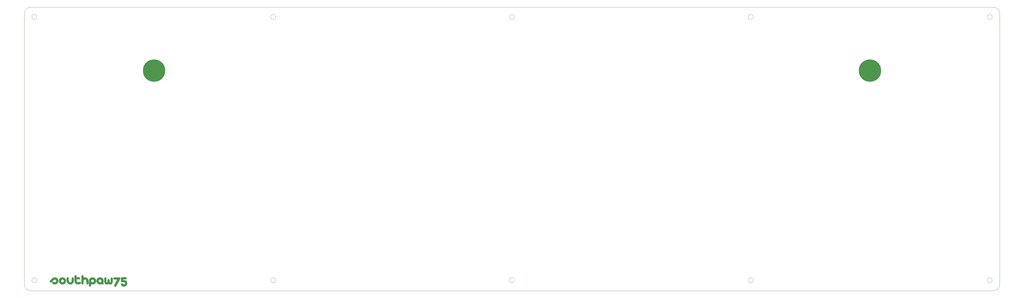
<source format=gbr>
%TF.GenerationSoftware,KiCad,Pcbnew,5.1.10-88a1d61d58~88~ubuntu21.04.1*%
%TF.CreationDate,2021-06-04T00:06:50+02:00*%
%TF.ProjectId,southpawcase,736f7574-6870-4617-9763-6173652e6b69,rev?*%
%TF.SameCoordinates,Original*%
%TF.FileFunction,Copper,L1,Top*%
%TF.FilePolarity,Positive*%
%FSLAX46Y46*%
G04 Gerber Fmt 4.6, Leading zero omitted, Abs format (unit mm)*
G04 Created by KiCad (PCBNEW 5.1.10-88a1d61d58~88~ubuntu21.04.1) date 2021-06-04 00:06:50*
%MOMM*%
%LPD*%
G01*
G04 APERTURE LIST*
%TA.AperFunction,Profile*%
%ADD10C,0.050000*%
%TD*%
%TA.AperFunction,EtchedComponent*%
%ADD11C,0.010000*%
%TD*%
%TA.AperFunction,ComponentPad*%
%ADD12C,8.600000*%
%TD*%
G04 APERTURE END LIST*
D10*
X27687000Y-94428000D02*
G75*
G03*
X27687000Y-94428000I-950000J0D01*
G01*
X27687000Y-196078000D02*
G75*
G03*
X27687000Y-196078000I-950000J0D01*
G01*
X211987000Y-94428000D02*
G75*
G03*
X211987000Y-94428000I-950000J0D01*
G01*
X119837000Y-94428000D02*
G75*
G03*
X119837000Y-94428000I-950000J0D01*
G01*
X304137000Y-94428000D02*
G75*
G03*
X304137000Y-94428000I-950000J0D01*
G01*
X119837000Y-196078000D02*
G75*
G03*
X119837000Y-196078000I-950000J0D01*
G01*
X211987000Y-196078000D02*
G75*
G03*
X211987000Y-196078000I-950000J0D01*
G01*
X304137000Y-196078000D02*
G75*
G03*
X304137000Y-196078000I-950000J0D01*
G01*
X25318250Y-90628000D02*
X387268250Y-90628000D01*
X387268250Y-200165500D02*
X25318250Y-200165500D01*
X22937000Y-93009250D02*
G75*
G02*
X25318250Y-90628000I2381250J0D01*
G01*
X25318250Y-200165500D02*
G75*
G02*
X22937000Y-197784250I0J2381250D01*
G01*
X399174500Y-197784250D02*
G75*
G02*
X396793250Y-200165500I-2381250J0D01*
G01*
X396793250Y-90628000D02*
G75*
G02*
X399174500Y-93009250I0J-2381250D01*
G01*
X387268250Y-200165500D02*
X394412000Y-200165500D01*
X387268250Y-90628000D02*
X394412000Y-90628000D01*
X394412000Y-90628000D02*
X396793250Y-90628000D01*
X394412000Y-200165500D02*
X396793250Y-200165500D01*
X22937000Y-197784250D02*
X22937000Y-93009250D01*
X399174500Y-93009250D02*
X399174500Y-197784250D01*
X396287000Y-196078000D02*
G75*
G03*
X396287000Y-196078000I-950000J0D01*
G01*
X396287000Y-94428000D02*
G75*
G03*
X396287000Y-94428000I-950000J0D01*
G01*
D11*
G36*
X59795876Y-195122162D02*
G01*
X59863610Y-195278304D01*
X59841070Y-195445843D01*
X59834208Y-195466207D01*
X59778696Y-195593003D01*
X59673850Y-195803735D01*
X59529971Y-196079823D01*
X59357360Y-196402687D01*
X59166319Y-196753745D01*
X58967147Y-197114417D01*
X58770147Y-197466122D01*
X58585619Y-197790280D01*
X58423864Y-198068309D01*
X58295182Y-198281628D01*
X58209876Y-198411658D01*
X58184946Y-198441125D01*
X57995308Y-198515171D01*
X57780803Y-198479046D01*
X57677629Y-198421649D01*
X57558677Y-198267850D01*
X57537021Y-198151774D01*
X57566656Y-198044108D01*
X57648991Y-197845585D01*
X57774679Y-197576162D01*
X57934376Y-197255793D01*
X58118735Y-196904435D01*
X58137554Y-196869500D01*
X58737566Y-195758250D01*
X58068199Y-195726500D01*
X57759020Y-195708625D01*
X57551753Y-195686543D01*
X57421314Y-195655135D01*
X57342619Y-195609278D01*
X57308916Y-195571488D01*
X57226111Y-195385998D01*
X57261863Y-195199287D01*
X57317850Y-195105629D01*
X57358009Y-195055316D01*
X57410029Y-195018644D01*
X57492786Y-194993458D01*
X57625154Y-194977605D01*
X57826010Y-194968930D01*
X58114229Y-194965281D01*
X58508686Y-194964502D01*
X58554636Y-194964500D01*
X59692572Y-194964500D01*
X59795876Y-195122162D01*
G37*
X59795876Y-195122162D02*
X59863610Y-195278304D01*
X59841070Y-195445843D01*
X59834208Y-195466207D01*
X59778696Y-195593003D01*
X59673850Y-195803735D01*
X59529971Y-196079823D01*
X59357360Y-196402687D01*
X59166319Y-196753745D01*
X58967147Y-197114417D01*
X58770147Y-197466122D01*
X58585619Y-197790280D01*
X58423864Y-198068309D01*
X58295182Y-198281628D01*
X58209876Y-198411658D01*
X58184946Y-198441125D01*
X57995308Y-198515171D01*
X57780803Y-198479046D01*
X57677629Y-198421649D01*
X57558677Y-198267850D01*
X57537021Y-198151774D01*
X57566656Y-198044108D01*
X57648991Y-197845585D01*
X57774679Y-197576162D01*
X57934376Y-197255793D01*
X58118735Y-196904435D01*
X58137554Y-196869500D01*
X58737566Y-195758250D01*
X58068199Y-195726500D01*
X57759020Y-195708625D01*
X57551753Y-195686543D01*
X57421314Y-195655135D01*
X57342619Y-195609278D01*
X57308916Y-195571488D01*
X57226111Y-195385998D01*
X57261863Y-195199287D01*
X57317850Y-195105629D01*
X57358009Y-195055316D01*
X57410029Y-195018644D01*
X57492786Y-194993458D01*
X57625154Y-194977605D01*
X57826010Y-194968930D01*
X58114229Y-194965281D01*
X58508686Y-194964502D01*
X58554636Y-194964500D01*
X59692572Y-194964500D01*
X59795876Y-195122162D01*
G36*
X49518010Y-194995758D02*
G01*
X49694643Y-195033219D01*
X49837392Y-195103407D01*
X49959464Y-195193643D01*
X50275872Y-195510187D01*
X50467844Y-195850217D01*
X50519999Y-196045478D01*
X50528421Y-196455582D01*
X50421783Y-196845229D01*
X50210922Y-197188675D01*
X49931451Y-197443593D01*
X49802900Y-197521025D01*
X49670284Y-197567912D01*
X49496564Y-197591592D01*
X49244700Y-197599403D01*
X49143277Y-197599750D01*
X48583000Y-197599750D01*
X48583000Y-197905549D01*
X48565461Y-198178572D01*
X48503819Y-198348216D01*
X48384530Y-198434370D01*
X48207541Y-198457000D01*
X48029404Y-198434784D01*
X47902359Y-198379992D01*
X47888455Y-198366516D01*
X47860221Y-198285927D01*
X47841071Y-198116910D01*
X47830593Y-197849617D01*
X47828378Y-197474197D01*
X47833055Y-197039047D01*
X47844853Y-196298000D01*
X48617636Y-196298000D01*
X48638781Y-196501726D01*
X48719801Y-196645566D01*
X48794359Y-196717489D01*
X49026264Y-196847367D01*
X49268937Y-196865177D01*
X49491951Y-196771546D01*
X49570282Y-196701477D01*
X49684135Y-196505903D01*
X49726073Y-196273727D01*
X49690704Y-196057638D01*
X49644605Y-195974997D01*
X49441715Y-195801869D01*
X49200632Y-195735347D01*
X48954033Y-195779139D01*
X48794359Y-195878510D01*
X48671774Y-196015957D01*
X48622784Y-196180726D01*
X48617636Y-196298000D01*
X47844853Y-196298000D01*
X47852750Y-195802062D01*
X48052674Y-195526292D01*
X48315045Y-195239230D01*
X48616998Y-195060511D01*
X48980037Y-194980353D01*
X49260964Y-194976563D01*
X49518010Y-194995758D01*
G37*
X49518010Y-194995758D02*
X49694643Y-195033219D01*
X49837392Y-195103407D01*
X49959464Y-195193643D01*
X50275872Y-195510187D01*
X50467844Y-195850217D01*
X50519999Y-196045478D01*
X50528421Y-196455582D01*
X50421783Y-196845229D01*
X50210922Y-197188675D01*
X49931451Y-197443593D01*
X49802900Y-197521025D01*
X49670284Y-197567912D01*
X49496564Y-197591592D01*
X49244700Y-197599403D01*
X49143277Y-197599750D01*
X48583000Y-197599750D01*
X48583000Y-197905549D01*
X48565461Y-198178572D01*
X48503819Y-198348216D01*
X48384530Y-198434370D01*
X48207541Y-198457000D01*
X48029404Y-198434784D01*
X47902359Y-198379992D01*
X47888455Y-198366516D01*
X47860221Y-198285927D01*
X47841071Y-198116910D01*
X47830593Y-197849617D01*
X47828378Y-197474197D01*
X47833055Y-197039047D01*
X47844853Y-196298000D01*
X48617636Y-196298000D01*
X48638781Y-196501726D01*
X48719801Y-196645566D01*
X48794359Y-196717489D01*
X49026264Y-196847367D01*
X49268937Y-196865177D01*
X49491951Y-196771546D01*
X49570282Y-196701477D01*
X49684135Y-196505903D01*
X49726073Y-196273727D01*
X49690704Y-196057638D01*
X49644605Y-195974997D01*
X49441715Y-195801869D01*
X49200632Y-195735347D01*
X48954033Y-195779139D01*
X48794359Y-195878510D01*
X48671774Y-196015957D01*
X48622784Y-196180726D01*
X48617636Y-196298000D01*
X47844853Y-196298000D01*
X47852750Y-195802062D01*
X48052674Y-195526292D01*
X48315045Y-195239230D01*
X48616998Y-195060511D01*
X48980037Y-194980353D01*
X49260964Y-194976563D01*
X49518010Y-194995758D01*
G36*
X61230533Y-194901000D02*
G01*
X61583497Y-194902910D01*
X61831702Y-194910425D01*
X61997354Y-194926223D01*
X62102662Y-194952979D01*
X62169831Y-194993371D01*
X62193908Y-195017125D01*
X62285185Y-195197883D01*
X62280064Y-195396456D01*
X62182874Y-195557908D01*
X62092467Y-195611449D01*
X61947991Y-195644121D01*
X61723105Y-195659886D01*
X61484374Y-195662999D01*
X61210753Y-195664205D01*
X61039921Y-195672221D01*
X60947668Y-195693647D01*
X60909783Y-195735084D01*
X60902057Y-195803129D01*
X60902000Y-195821750D01*
X60909545Y-195908090D01*
X60951594Y-195955623D01*
X61057267Y-195975896D01*
X61255684Y-195980456D01*
X61302317Y-195980500D01*
X61560875Y-195992347D01*
X61755362Y-196038810D01*
X61947391Y-196136272D01*
X61991666Y-196163798D01*
X62270105Y-196408763D01*
X62454495Y-196714410D01*
X62544835Y-197056078D01*
X62541126Y-197409105D01*
X62443368Y-197748828D01*
X62251560Y-198050585D01*
X61991666Y-198273701D01*
X61787728Y-198385684D01*
X61594868Y-198440086D01*
X61348155Y-198454309D01*
X61318192Y-198454193D01*
X60945262Y-198415237D01*
X60703311Y-198329619D01*
X60483808Y-198180379D01*
X60298163Y-197994612D01*
X60174784Y-197805458D01*
X60140000Y-197672507D01*
X60187423Y-197451071D01*
X60313368Y-197309846D01*
X60493349Y-197254756D01*
X60702881Y-197291727D01*
X60917476Y-197426685D01*
X60965500Y-197472750D01*
X61146709Y-197631841D01*
X61298125Y-197685316D01*
X61452391Y-197638152D01*
X61560186Y-197563391D01*
X61693935Y-197403362D01*
X61727500Y-197218749D01*
X61692295Y-197016516D01*
X61578492Y-196875062D01*
X61373812Y-196787555D01*
X61065974Y-196747163D01*
X60871528Y-196742499D01*
X60588019Y-196737538D01*
X60389187Y-196709913D01*
X60260027Y-196640511D01*
X60185534Y-196510221D01*
X60150704Y-196299929D01*
X60140531Y-195990524D01*
X60140000Y-195810716D01*
X60141364Y-195480917D01*
X60157238Y-195242297D01*
X60205292Y-195080114D01*
X60303197Y-194979628D01*
X60468625Y-194926099D01*
X60719245Y-194904784D01*
X61072730Y-194900943D01*
X61230533Y-194901000D01*
G37*
X61230533Y-194901000D02*
X61583497Y-194902910D01*
X61831702Y-194910425D01*
X61997354Y-194926223D01*
X62102662Y-194952979D01*
X62169831Y-194993371D01*
X62193908Y-195017125D01*
X62285185Y-195197883D01*
X62280064Y-195396456D01*
X62182874Y-195557908D01*
X62092467Y-195611449D01*
X61947991Y-195644121D01*
X61723105Y-195659886D01*
X61484374Y-195662999D01*
X61210753Y-195664205D01*
X61039921Y-195672221D01*
X60947668Y-195693647D01*
X60909783Y-195735084D01*
X60902057Y-195803129D01*
X60902000Y-195821750D01*
X60909545Y-195908090D01*
X60951594Y-195955623D01*
X61057267Y-195975896D01*
X61255684Y-195980456D01*
X61302317Y-195980500D01*
X61560875Y-195992347D01*
X61755362Y-196038810D01*
X61947391Y-196136272D01*
X61991666Y-196163798D01*
X62270105Y-196408763D01*
X62454495Y-196714410D01*
X62544835Y-197056078D01*
X62541126Y-197409105D01*
X62443368Y-197748828D01*
X62251560Y-198050585D01*
X61991666Y-198273701D01*
X61787728Y-198385684D01*
X61594868Y-198440086D01*
X61348155Y-198454309D01*
X61318192Y-198454193D01*
X60945262Y-198415237D01*
X60703311Y-198329619D01*
X60483808Y-198180379D01*
X60298163Y-197994612D01*
X60174784Y-197805458D01*
X60140000Y-197672507D01*
X60187423Y-197451071D01*
X60313368Y-197309846D01*
X60493349Y-197254756D01*
X60702881Y-197291727D01*
X60917476Y-197426685D01*
X60965500Y-197472750D01*
X61146709Y-197631841D01*
X61298125Y-197685316D01*
X61452391Y-197638152D01*
X61560186Y-197563391D01*
X61693935Y-197403362D01*
X61727500Y-197218749D01*
X61692295Y-197016516D01*
X61578492Y-196875062D01*
X61373812Y-196787555D01*
X61065974Y-196747163D01*
X60871528Y-196742499D01*
X60588019Y-196737538D01*
X60389187Y-196709913D01*
X60260027Y-196640511D01*
X60185534Y-196510221D01*
X60150704Y-196299929D01*
X60140531Y-195990524D01*
X60140000Y-195810716D01*
X60141364Y-195480917D01*
X60157238Y-195242297D01*
X60205292Y-195080114D01*
X60303197Y-194979628D01*
X60468625Y-194926099D01*
X60719245Y-194904784D01*
X61072730Y-194900943D01*
X61230533Y-194901000D01*
G36*
X34912645Y-194989474D02*
G01*
X35188255Y-195063769D01*
X35234654Y-195085320D01*
X35559684Y-195315123D01*
X35791780Y-195609142D01*
X35930890Y-195945804D01*
X35976960Y-196303537D01*
X35929936Y-196660770D01*
X35789765Y-196995930D01*
X35556393Y-197287445D01*
X35240666Y-197508241D01*
X34935468Y-197606775D01*
X34581417Y-197634417D01*
X34231231Y-197592048D01*
X33948148Y-197486625D01*
X33768726Y-197359085D01*
X33627755Y-197214521D01*
X33600202Y-197173079D01*
X33542654Y-197046606D01*
X33555732Y-196947518D01*
X33636424Y-196824785D01*
X33812160Y-196666382D01*
X34008592Y-196633173D01*
X34222389Y-196725643D01*
X34238074Y-196736950D01*
X34486474Y-196855213D01*
X34732695Y-196848407D01*
X34963181Y-196717478D01*
X34998884Y-196683884D01*
X35153227Y-196461592D01*
X35181111Y-196234397D01*
X35082536Y-196009104D01*
X34998884Y-195912115D01*
X34845664Y-195781456D01*
X34700424Y-195719409D01*
X34545647Y-195731722D01*
X34363814Y-195824141D01*
X34137406Y-196002413D01*
X33848907Y-196272285D01*
X33822625Y-196298000D01*
X33568109Y-196542632D01*
X33380938Y-196708137D01*
X33242057Y-196808466D01*
X33132407Y-196857571D01*
X33041964Y-196869500D01*
X32823278Y-196819901D01*
X32685616Y-196681294D01*
X32644500Y-196498585D01*
X32666984Y-196400869D01*
X32742722Y-196275023D01*
X32884139Y-196105161D01*
X33103661Y-195875395D01*
X33231875Y-195747596D01*
X33472095Y-195518094D01*
X33699480Y-195314315D01*
X33889318Y-195157555D01*
X34016898Y-195069114D01*
X34022471Y-195066225D01*
X34275558Y-194989848D01*
X34590348Y-194964548D01*
X34912645Y-194989474D01*
G37*
X34912645Y-194989474D02*
X35188255Y-195063769D01*
X35234654Y-195085320D01*
X35559684Y-195315123D01*
X35791780Y-195609142D01*
X35930890Y-195945804D01*
X35976960Y-196303537D01*
X35929936Y-196660770D01*
X35789765Y-196995930D01*
X35556393Y-197287445D01*
X35240666Y-197508241D01*
X34935468Y-197606775D01*
X34581417Y-197634417D01*
X34231231Y-197592048D01*
X33948148Y-197486625D01*
X33768726Y-197359085D01*
X33627755Y-197214521D01*
X33600202Y-197173079D01*
X33542654Y-197046606D01*
X33555732Y-196947518D01*
X33636424Y-196824785D01*
X33812160Y-196666382D01*
X34008592Y-196633173D01*
X34222389Y-196725643D01*
X34238074Y-196736950D01*
X34486474Y-196855213D01*
X34732695Y-196848407D01*
X34963181Y-196717478D01*
X34998884Y-196683884D01*
X35153227Y-196461592D01*
X35181111Y-196234397D01*
X35082536Y-196009104D01*
X34998884Y-195912115D01*
X34845664Y-195781456D01*
X34700424Y-195719409D01*
X34545647Y-195731722D01*
X34363814Y-195824141D01*
X34137406Y-196002413D01*
X33848907Y-196272285D01*
X33822625Y-196298000D01*
X33568109Y-196542632D01*
X33380938Y-196708137D01*
X33242057Y-196808466D01*
X33132407Y-196857571D01*
X33041964Y-196869500D01*
X32823278Y-196819901D01*
X32685616Y-196681294D01*
X32644500Y-196498585D01*
X32666984Y-196400869D01*
X32742722Y-196275023D01*
X32884139Y-196105161D01*
X33103661Y-195875395D01*
X33231875Y-195747596D01*
X33472095Y-195518094D01*
X33699480Y-195314315D01*
X33889318Y-195157555D01*
X34016898Y-195069114D01*
X34022471Y-195066225D01*
X34275558Y-194989848D01*
X34590348Y-194964548D01*
X34912645Y-194989474D01*
G36*
X37986781Y-195020425D02*
G01*
X38290332Y-195140076D01*
X38367763Y-195188671D01*
X38661753Y-195460073D01*
X38843945Y-195785505D01*
X38918588Y-196174121D01*
X38918086Y-196374638D01*
X38842273Y-196796614D01*
X38669105Y-197140652D01*
X38406763Y-197398988D01*
X38063432Y-197563853D01*
X37647292Y-197627484D01*
X37597500Y-197627969D01*
X37347567Y-197614150D01*
X37121037Y-197579788D01*
X36994250Y-197542569D01*
X36819280Y-197438728D01*
X36642584Y-197295465D01*
X36623228Y-197276500D01*
X36379367Y-196949577D01*
X36246734Y-196589326D01*
X36226913Y-196294985D01*
X37026000Y-196294985D01*
X37079029Y-196547758D01*
X37219311Y-196734845D01*
X37418640Y-196843453D01*
X37648808Y-196860790D01*
X37881606Y-196774065D01*
X37957640Y-196717489D01*
X38080225Y-196580042D01*
X38129215Y-196415273D01*
X38134363Y-196298000D01*
X38082782Y-196040357D01*
X37945555Y-195854452D01*
X37748961Y-195752002D01*
X37519274Y-195744724D01*
X37282772Y-195844334D01*
X37221372Y-195890894D01*
X37082419Y-196040101D01*
X37029867Y-196206877D01*
X37026000Y-196294985D01*
X36226913Y-196294985D01*
X36221624Y-196216452D01*
X36300333Y-195851661D01*
X36479156Y-195515656D01*
X36754389Y-195229142D01*
X37019774Y-195060238D01*
X37304186Y-194975997D01*
X37642294Y-194964229D01*
X37986781Y-195020425D01*
G37*
X37986781Y-195020425D02*
X38290332Y-195140076D01*
X38367763Y-195188671D01*
X38661753Y-195460073D01*
X38843945Y-195785505D01*
X38918588Y-196174121D01*
X38918086Y-196374638D01*
X38842273Y-196796614D01*
X38669105Y-197140652D01*
X38406763Y-197398988D01*
X38063432Y-197563853D01*
X37647292Y-197627484D01*
X37597500Y-197627969D01*
X37347567Y-197614150D01*
X37121037Y-197579788D01*
X36994250Y-197542569D01*
X36819280Y-197438728D01*
X36642584Y-197295465D01*
X36623228Y-197276500D01*
X36379367Y-196949577D01*
X36246734Y-196589326D01*
X36226913Y-196294985D01*
X37026000Y-196294985D01*
X37079029Y-196547758D01*
X37219311Y-196734845D01*
X37418640Y-196843453D01*
X37648808Y-196860790D01*
X37881606Y-196774065D01*
X37957640Y-196717489D01*
X38080225Y-196580042D01*
X38129215Y-196415273D01*
X38134363Y-196298000D01*
X38082782Y-196040357D01*
X37945555Y-195854452D01*
X37748961Y-195752002D01*
X37519274Y-195744724D01*
X37282772Y-195844334D01*
X37221372Y-195890894D01*
X37082419Y-196040101D01*
X37029867Y-196206877D01*
X37026000Y-196294985D01*
X36226913Y-196294985D01*
X36221624Y-196216452D01*
X36300333Y-195851661D01*
X36479156Y-195515656D01*
X36754389Y-195229142D01*
X37019774Y-195060238D01*
X37304186Y-194975997D01*
X37642294Y-194964229D01*
X37986781Y-195020425D01*
G36*
X39801235Y-194996472D02*
G01*
X39868824Y-195043875D01*
X39897909Y-195137525D01*
X39925524Y-195327599D01*
X39947983Y-195583539D01*
X39958836Y-195790000D01*
X39981012Y-196156868D01*
X40019919Y-196419321D01*
X40083327Y-196599624D01*
X40179002Y-196720045D01*
X40311690Y-196801481D01*
X40574508Y-196865625D01*
X40815037Y-196805335D01*
X40943461Y-196716353D01*
X41020852Y-196643690D01*
X41073223Y-196566253D01*
X41106988Y-196457373D01*
X41128557Y-196290378D01*
X41144344Y-196038596D01*
X41153377Y-195843228D01*
X41170481Y-195547993D01*
X41192564Y-195296404D01*
X41216595Y-195117537D01*
X41236622Y-195043874D01*
X41340959Y-194982970D01*
X41508618Y-194967326D01*
X41685013Y-194995020D01*
X41815555Y-195064127D01*
X41815714Y-195064285D01*
X41860604Y-195135370D01*
X41890345Y-195256694D01*
X41907538Y-195450353D01*
X41914787Y-195738447D01*
X41915500Y-195911548D01*
X41912721Y-196245257D01*
X41901409Y-196483069D01*
X41877100Y-196656022D01*
X41835330Y-196795153D01*
X41771635Y-196931500D01*
X41767749Y-196938887D01*
X41620480Y-197150307D01*
X41425661Y-197349622D01*
X41350998Y-197408218D01*
X41179773Y-197514551D01*
X41011880Y-197576130D01*
X40797243Y-197607410D01*
X40625623Y-197617631D01*
X40315515Y-197617574D01*
X40095910Y-197582615D01*
X39978750Y-197535272D01*
X39642250Y-197292835D01*
X39382343Y-196979552D01*
X39305387Y-196837750D01*
X39243954Y-196639061D01*
X39201944Y-196371075D01*
X39179432Y-196065084D01*
X39176494Y-195752379D01*
X39193205Y-195464252D01*
X39229640Y-195231996D01*
X39285875Y-195086901D01*
X39301125Y-195069591D01*
X39450910Y-194992380D01*
X39636434Y-194967155D01*
X39801235Y-194996472D01*
G37*
X39801235Y-194996472D02*
X39868824Y-195043875D01*
X39897909Y-195137525D01*
X39925524Y-195327599D01*
X39947983Y-195583539D01*
X39958836Y-195790000D01*
X39981012Y-196156868D01*
X40019919Y-196419321D01*
X40083327Y-196599624D01*
X40179002Y-196720045D01*
X40311690Y-196801481D01*
X40574508Y-196865625D01*
X40815037Y-196805335D01*
X40943461Y-196716353D01*
X41020852Y-196643690D01*
X41073223Y-196566253D01*
X41106988Y-196457373D01*
X41128557Y-196290378D01*
X41144344Y-196038596D01*
X41153377Y-195843228D01*
X41170481Y-195547993D01*
X41192564Y-195296404D01*
X41216595Y-195117537D01*
X41236622Y-195043874D01*
X41340959Y-194982970D01*
X41508618Y-194967326D01*
X41685013Y-194995020D01*
X41815555Y-195064127D01*
X41815714Y-195064285D01*
X41860604Y-195135370D01*
X41890345Y-195256694D01*
X41907538Y-195450353D01*
X41914787Y-195738447D01*
X41915500Y-195911548D01*
X41912721Y-196245257D01*
X41901409Y-196483069D01*
X41877100Y-196656022D01*
X41835330Y-196795153D01*
X41771635Y-196931500D01*
X41767749Y-196938887D01*
X41620480Y-197150307D01*
X41425661Y-197349622D01*
X41350998Y-197408218D01*
X41179773Y-197514551D01*
X41011880Y-197576130D01*
X40797243Y-197607410D01*
X40625623Y-197617631D01*
X40315515Y-197617574D01*
X40095910Y-197582615D01*
X39978750Y-197535272D01*
X39642250Y-197292835D01*
X39382343Y-196979552D01*
X39305387Y-196837750D01*
X39243954Y-196639061D01*
X39201944Y-196371075D01*
X39179432Y-196065084D01*
X39176494Y-195752379D01*
X39193205Y-195464252D01*
X39229640Y-195231996D01*
X39285875Y-195086901D01*
X39301125Y-195069591D01*
X39450910Y-194992380D01*
X39636434Y-194967155D01*
X39801235Y-194996472D01*
G36*
X42785769Y-194156445D02*
G01*
X42915731Y-194212246D01*
X42918799Y-194215199D01*
X42964093Y-194320584D01*
X42991387Y-194500040D01*
X42995000Y-194596199D01*
X42995000Y-194901000D01*
X43556658Y-194901000D01*
X43890133Y-194913028D01*
X44116131Y-194955130D01*
X44252415Y-195036328D01*
X44316753Y-195165646D01*
X44328500Y-195293033D01*
X44301660Y-195452564D01*
X44210082Y-195561429D01*
X44037182Y-195627379D01*
X43766371Y-195658167D01*
X43536931Y-195663000D01*
X42977612Y-195663000D01*
X43011856Y-196089603D01*
X43037888Y-196330592D01*
X43079201Y-196487319D01*
X43152224Y-196602517D01*
X43243801Y-196692853D01*
X43453942Y-196830473D01*
X43670026Y-196857984D01*
X43918862Y-196776630D01*
X44008870Y-196728334D01*
X44251651Y-196637473D01*
X44460196Y-196653683D01*
X44615228Y-196772503D01*
X44671271Y-196881585D01*
X44685606Y-197083833D01*
X44594276Y-197264910D01*
X44417831Y-197417728D01*
X44176824Y-197535197D01*
X43891806Y-197610228D01*
X43583328Y-197635731D01*
X43271942Y-197604618D01*
X42978199Y-197509798D01*
X42925612Y-197483749D01*
X42714614Y-197336753D01*
X42515111Y-197141904D01*
X42455250Y-197065756D01*
X42264750Y-196795512D01*
X42245055Y-195557739D01*
X42240233Y-195077187D01*
X42243299Y-194713564D01*
X42254663Y-194457022D01*
X42274737Y-194297711D01*
X42300455Y-194229483D01*
X42419234Y-194166424D01*
X42600638Y-194141624D01*
X42785769Y-194156445D01*
G37*
X42785769Y-194156445D02*
X42915731Y-194212246D01*
X42918799Y-194215199D01*
X42964093Y-194320584D01*
X42991387Y-194500040D01*
X42995000Y-194596199D01*
X42995000Y-194901000D01*
X43556658Y-194901000D01*
X43890133Y-194913028D01*
X44116131Y-194955130D01*
X44252415Y-195036328D01*
X44316753Y-195165646D01*
X44328500Y-195293033D01*
X44301660Y-195452564D01*
X44210082Y-195561429D01*
X44037182Y-195627379D01*
X43766371Y-195658167D01*
X43536931Y-195663000D01*
X42977612Y-195663000D01*
X43011856Y-196089603D01*
X43037888Y-196330592D01*
X43079201Y-196487319D01*
X43152224Y-196602517D01*
X43243801Y-196692853D01*
X43453942Y-196830473D01*
X43670026Y-196857984D01*
X43918862Y-196776630D01*
X44008870Y-196728334D01*
X44251651Y-196637473D01*
X44460196Y-196653683D01*
X44615228Y-196772503D01*
X44671271Y-196881585D01*
X44685606Y-197083833D01*
X44594276Y-197264910D01*
X44417831Y-197417728D01*
X44176824Y-197535197D01*
X43891806Y-197610228D01*
X43583328Y-197635731D01*
X43271942Y-197604618D01*
X42978199Y-197509798D01*
X42925612Y-197483749D01*
X42714614Y-197336753D01*
X42515111Y-197141904D01*
X42455250Y-197065756D01*
X42264750Y-196795512D01*
X42245055Y-195557739D01*
X42240233Y-195077187D01*
X42243299Y-194713564D01*
X42254663Y-194457022D01*
X42274737Y-194297711D01*
X42300455Y-194229483D01*
X42419234Y-194166424D01*
X42600638Y-194141624D01*
X42785769Y-194156445D01*
G36*
X45484924Y-194200707D02*
G01*
X45556908Y-194255125D01*
X45635562Y-194424794D01*
X45662000Y-194685825D01*
X45662000Y-195000401D01*
X46100701Y-194975612D01*
X46477427Y-194976893D01*
X46771246Y-195037486D01*
X47017214Y-195169650D01*
X47239580Y-195373843D01*
X47403580Y-195577339D01*
X47516167Y-195789893D01*
X47585809Y-196041211D01*
X47620970Y-196360996D01*
X47630145Y-196744245D01*
X47620194Y-197104787D01*
X47584553Y-197356660D01*
X47515282Y-197516952D01*
X47404438Y-197602748D01*
X47244079Y-197631134D01*
X47217750Y-197631500D01*
X47053304Y-197611211D01*
X46937556Y-197538918D01*
X46862838Y-197397477D01*
X46821486Y-197169747D01*
X46805833Y-196838583D01*
X46805000Y-196708501D01*
X46803272Y-196415792D01*
X46793759Y-196220479D01*
X46769962Y-196092963D01*
X46725386Y-196003646D01*
X46653533Y-195922930D01*
X46626900Y-195897130D01*
X46400893Y-195754973D01*
X46159889Y-195735805D01*
X45922155Y-195840050D01*
X45872038Y-195879646D01*
X45795504Y-195951280D01*
X45743442Y-196027393D01*
X45709686Y-196134178D01*
X45688066Y-196297828D01*
X45672416Y-196544539D01*
X45662122Y-196771101D01*
X45643875Y-197115862D01*
X45617520Y-197353512D01*
X45573192Y-197503928D01*
X45501027Y-197586986D01*
X45391161Y-197622563D01*
X45235609Y-197630527D01*
X45046181Y-197590978D01*
X44965734Y-197508674D01*
X44943031Y-197403815D01*
X44924944Y-197197007D01*
X44911406Y-196909574D01*
X44902348Y-196562840D01*
X44897703Y-196178129D01*
X44897404Y-195776766D01*
X44901382Y-195380074D01*
X44909570Y-195009378D01*
X44921899Y-194686003D01*
X44938303Y-194431272D01*
X44958713Y-194266509D01*
X44976200Y-194215199D01*
X45117762Y-194150087D01*
X45307486Y-194146641D01*
X45484924Y-194200707D01*
G37*
X45484924Y-194200707D02*
X45556908Y-194255125D01*
X45635562Y-194424794D01*
X45662000Y-194685825D01*
X45662000Y-195000401D01*
X46100701Y-194975612D01*
X46477427Y-194976893D01*
X46771246Y-195037486D01*
X47017214Y-195169650D01*
X47239580Y-195373843D01*
X47403580Y-195577339D01*
X47516167Y-195789893D01*
X47585809Y-196041211D01*
X47620970Y-196360996D01*
X47630145Y-196744245D01*
X47620194Y-197104787D01*
X47584553Y-197356660D01*
X47515282Y-197516952D01*
X47404438Y-197602748D01*
X47244079Y-197631134D01*
X47217750Y-197631500D01*
X47053304Y-197611211D01*
X46937556Y-197538918D01*
X46862838Y-197397477D01*
X46821486Y-197169747D01*
X46805833Y-196838583D01*
X46805000Y-196708501D01*
X46803272Y-196415792D01*
X46793759Y-196220479D01*
X46769962Y-196092963D01*
X46725386Y-196003646D01*
X46653533Y-195922930D01*
X46626900Y-195897130D01*
X46400893Y-195754973D01*
X46159889Y-195735805D01*
X45922155Y-195840050D01*
X45872038Y-195879646D01*
X45795504Y-195951280D01*
X45743442Y-196027393D01*
X45709686Y-196134178D01*
X45688066Y-196297828D01*
X45672416Y-196544539D01*
X45662122Y-196771101D01*
X45643875Y-197115862D01*
X45617520Y-197353512D01*
X45573192Y-197503928D01*
X45501027Y-197586986D01*
X45391161Y-197622563D01*
X45235609Y-197630527D01*
X45046181Y-197590978D01*
X44965734Y-197508674D01*
X44943031Y-197403815D01*
X44924944Y-197197007D01*
X44911406Y-196909574D01*
X44902348Y-196562840D01*
X44897703Y-196178129D01*
X44897404Y-195776766D01*
X44901382Y-195380074D01*
X44909570Y-195009378D01*
X44921899Y-194686003D01*
X44938303Y-194431272D01*
X44958713Y-194266509D01*
X44976200Y-194215199D01*
X45117762Y-194150087D01*
X45307486Y-194146641D01*
X45484924Y-194200707D01*
G36*
X52345969Y-194973740D02*
G01*
X52526808Y-195012913D01*
X52699808Y-195099194D01*
X52810025Y-195170875D01*
X53027052Y-195338933D01*
X53183311Y-195519739D01*
X53288937Y-195738361D01*
X53354066Y-196019863D01*
X53388834Y-196389315D01*
X53398316Y-196625848D01*
X53404307Y-197006025D01*
X53392873Y-197277456D01*
X53357490Y-197457929D01*
X53291637Y-197565227D01*
X53188790Y-197617138D01*
X53042427Y-197631446D01*
X53029513Y-197631500D01*
X52861623Y-197617196D01*
X52754987Y-197581703D01*
X52743749Y-197570426D01*
X52655442Y-197542002D01*
X52545368Y-197570426D01*
X52323117Y-197617252D01*
X52039167Y-197627906D01*
X51749648Y-197604624D01*
X51510687Y-197549642D01*
X51456772Y-197527065D01*
X51156460Y-197315387D01*
X50911851Y-197020176D01*
X50745378Y-196676893D01*
X50679476Y-196320996D01*
X50679413Y-196315581D01*
X51504018Y-196315581D01*
X51555849Y-196523664D01*
X51675278Y-196701164D01*
X51845242Y-196826517D01*
X52048676Y-196878163D01*
X52268516Y-196834540D01*
X52370119Y-196776779D01*
X52539966Y-196590271D01*
X52616765Y-196355970D01*
X52587048Y-196116491D01*
X52582452Y-196104970D01*
X52434028Y-195881412D01*
X52230774Y-195753398D01*
X52001293Y-195727555D01*
X51774188Y-195810508D01*
X51671409Y-195893909D01*
X51536850Y-196098475D01*
X51504018Y-196315581D01*
X50679413Y-196315581D01*
X50679208Y-196298000D01*
X50733741Y-195962210D01*
X50881731Y-195628585D01*
X51099759Y-195333343D01*
X51364408Y-195112701D01*
X51486085Y-195050042D01*
X51660910Y-195003940D01*
X51902544Y-194972883D01*
X52098034Y-194964500D01*
X52345969Y-194973740D01*
G37*
X52345969Y-194973740D02*
X52526808Y-195012913D01*
X52699808Y-195099194D01*
X52810025Y-195170875D01*
X53027052Y-195338933D01*
X53183311Y-195519739D01*
X53288937Y-195738361D01*
X53354066Y-196019863D01*
X53388834Y-196389315D01*
X53398316Y-196625848D01*
X53404307Y-197006025D01*
X53392873Y-197277456D01*
X53357490Y-197457929D01*
X53291637Y-197565227D01*
X53188790Y-197617138D01*
X53042427Y-197631446D01*
X53029513Y-197631500D01*
X52861623Y-197617196D01*
X52754987Y-197581703D01*
X52743749Y-197570426D01*
X52655442Y-197542002D01*
X52545368Y-197570426D01*
X52323117Y-197617252D01*
X52039167Y-197627906D01*
X51749648Y-197604624D01*
X51510687Y-197549642D01*
X51456772Y-197527065D01*
X51156460Y-197315387D01*
X50911851Y-197020176D01*
X50745378Y-196676893D01*
X50679476Y-196320996D01*
X50679413Y-196315581D01*
X51504018Y-196315581D01*
X51555849Y-196523664D01*
X51675278Y-196701164D01*
X51845242Y-196826517D01*
X52048676Y-196878163D01*
X52268516Y-196834540D01*
X52370119Y-196776779D01*
X52539966Y-196590271D01*
X52616765Y-196355970D01*
X52587048Y-196116491D01*
X52582452Y-196104970D01*
X52434028Y-195881412D01*
X52230774Y-195753398D01*
X52001293Y-195727555D01*
X51774188Y-195810508D01*
X51671409Y-195893909D01*
X51536850Y-196098475D01*
X51504018Y-196315581D01*
X50679413Y-196315581D01*
X50679208Y-196298000D01*
X50733741Y-195962210D01*
X50881731Y-195628585D01*
X51099759Y-195333343D01*
X51364408Y-195112701D01*
X51486085Y-195050042D01*
X51660910Y-195003940D01*
X51902544Y-194972883D01*
X52098034Y-194964500D01*
X52345969Y-194973740D01*
G36*
X54257470Y-194971536D02*
G01*
X54400694Y-195030187D01*
X54412299Y-195040699D01*
X54450131Y-195144718D01*
X54475014Y-195369543D01*
X54487147Y-195717439D01*
X54488500Y-195921924D01*
X54493277Y-196299781D01*
X54511040Y-196567015D01*
X54546933Y-196739763D01*
X54606102Y-196834162D01*
X54693692Y-196866346D01*
X54787074Y-196858259D01*
X54845847Y-196827831D01*
X54885096Y-196746802D01*
X54911559Y-196590140D01*
X54931975Y-196332818D01*
X54933000Y-196316176D01*
X54955086Y-196067124D01*
X54985661Y-195866094D01*
X55019069Y-195747649D01*
X55028250Y-195733904D01*
X55208886Y-195637806D01*
X55417866Y-195640442D01*
X55572014Y-195716820D01*
X55653092Y-195798425D01*
X55704359Y-195904968D01*
X55735883Y-196070045D01*
X55757728Y-196327252D01*
X55758500Y-196339249D01*
X55779521Y-196596067D01*
X55807000Y-196751356D01*
X55848098Y-196830587D01*
X55904425Y-196858265D01*
X56018295Y-196864038D01*
X56099650Y-196820434D01*
X56153638Y-196711316D01*
X56185402Y-196520548D01*
X56200088Y-196231993D01*
X56203000Y-195921924D01*
X56206239Y-195553929D01*
X56220600Y-195294203D01*
X56253052Y-195124086D01*
X56310559Y-195024914D01*
X56400088Y-194978026D01*
X56528608Y-194964760D01*
X56560414Y-194964500D01*
X56709085Y-194974511D01*
X56816374Y-195016235D01*
X56888918Y-195107204D01*
X56933350Y-195264952D01*
X56956306Y-195507013D01*
X56964421Y-195850919D01*
X56965000Y-196033651D01*
X56958381Y-196462779D01*
X56934010Y-196787554D01*
X56885114Y-197030148D01*
X56804920Y-197212733D01*
X56686654Y-197357482D01*
X56523543Y-197486565D01*
X56520532Y-197488625D01*
X56311823Y-197580252D01*
X56048028Y-197628387D01*
X55778047Y-197630519D01*
X55550779Y-197584139D01*
X55469327Y-197542594D01*
X55354594Y-197486071D01*
X55251583Y-197521076D01*
X55220812Y-197542594D01*
X55047827Y-197609253D01*
X54804049Y-197632544D01*
X54537399Y-197614216D01*
X54295800Y-197556018D01*
X54186294Y-197504843D01*
X54017400Y-197386641D01*
X53894938Y-197254537D01*
X53811778Y-197086545D01*
X53760794Y-196860679D01*
X53734856Y-196554952D01*
X53726835Y-196147378D01*
X53726737Y-196087450D01*
X53731267Y-195755703D01*
X53743857Y-195462866D01*
X53762727Y-195236104D01*
X53786098Y-195102580D01*
X53792234Y-195087325D01*
X53898914Y-195004190D01*
X54072101Y-194964232D01*
X54257470Y-194971536D01*
G37*
X54257470Y-194971536D02*
X54400694Y-195030187D01*
X54412299Y-195040699D01*
X54450131Y-195144718D01*
X54475014Y-195369543D01*
X54487147Y-195717439D01*
X54488500Y-195921924D01*
X54493277Y-196299781D01*
X54511040Y-196567015D01*
X54546933Y-196739763D01*
X54606102Y-196834162D01*
X54693692Y-196866346D01*
X54787074Y-196858259D01*
X54845847Y-196827831D01*
X54885096Y-196746802D01*
X54911559Y-196590140D01*
X54931975Y-196332818D01*
X54933000Y-196316176D01*
X54955086Y-196067124D01*
X54985661Y-195866094D01*
X55019069Y-195747649D01*
X55028250Y-195733904D01*
X55208886Y-195637806D01*
X55417866Y-195640442D01*
X55572014Y-195716820D01*
X55653092Y-195798425D01*
X55704359Y-195904968D01*
X55735883Y-196070045D01*
X55757728Y-196327252D01*
X55758500Y-196339249D01*
X55779521Y-196596067D01*
X55807000Y-196751356D01*
X55848098Y-196830587D01*
X55904425Y-196858265D01*
X56018295Y-196864038D01*
X56099650Y-196820434D01*
X56153638Y-196711316D01*
X56185402Y-196520548D01*
X56200088Y-196231993D01*
X56203000Y-195921924D01*
X56206239Y-195553929D01*
X56220600Y-195294203D01*
X56253052Y-195124086D01*
X56310559Y-195024914D01*
X56400088Y-194978026D01*
X56528608Y-194964760D01*
X56560414Y-194964500D01*
X56709085Y-194974511D01*
X56816374Y-195016235D01*
X56888918Y-195107204D01*
X56933350Y-195264952D01*
X56956306Y-195507013D01*
X56964421Y-195850919D01*
X56965000Y-196033651D01*
X56958381Y-196462779D01*
X56934010Y-196787554D01*
X56885114Y-197030148D01*
X56804920Y-197212733D01*
X56686654Y-197357482D01*
X56523543Y-197486565D01*
X56520532Y-197488625D01*
X56311823Y-197580252D01*
X56048028Y-197628387D01*
X55778047Y-197630519D01*
X55550779Y-197584139D01*
X55469327Y-197542594D01*
X55354594Y-197486071D01*
X55251583Y-197521076D01*
X55220812Y-197542594D01*
X55047827Y-197609253D01*
X54804049Y-197632544D01*
X54537399Y-197614216D01*
X54295800Y-197556018D01*
X54186294Y-197504843D01*
X54017400Y-197386641D01*
X53894938Y-197254537D01*
X53811778Y-197086545D01*
X53760794Y-196860679D01*
X53734856Y-196554952D01*
X53726835Y-196147378D01*
X53726737Y-196087450D01*
X53731267Y-195755703D01*
X53743857Y-195462866D01*
X53762727Y-195236104D01*
X53786098Y-195102580D01*
X53792234Y-195087325D01*
X53898914Y-195004190D01*
X54072101Y-194964232D01*
X54257470Y-194971536D01*
D12*
X349138250Y-115165500D03*
X72938250Y-115165500D03*
M02*

</source>
